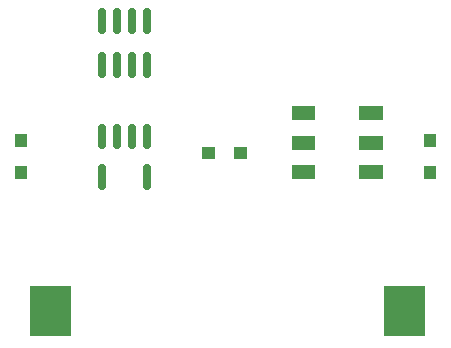
<source format=gbp>
G04 Layer: BottomPasteMaskLayer*
G04 EasyEDA v6.4.7, 2020-11-14T21:45:58--5:00*
G04 4beb7541176d43e18d54f8e2082e3679,79d071017cc24593b82b416037a8e878,10*
G04 Gerber Generator version 0.2*
G04 Scale: 100 percent, Rotated: No, Reflected: No *
G04 Dimensions in millimeters *
G04 leading zeros omitted , absolute positions ,3 integer and 3 decimal *
%FSLAX33Y33*%
%MOMM*%
G90*
D02*

%ADD12C,0.699999*%

%LPD*%
G54D12*
G01X16637Y36206D02*
G01X16637Y37706D01*
G01X15367Y36206D02*
G01X15367Y37706D01*
G01X12827Y22998D02*
G01X12827Y24498D01*
G01X16637Y24498D02*
G01X16637Y22998D01*
G01X14097Y36206D02*
G01X14097Y37706D01*
G01X12827Y36206D02*
G01X12827Y37706D01*
G01X16637Y26453D02*
G01X16637Y27953D01*
G01X15367Y26453D02*
G01X15367Y27953D01*
G01X14097Y26453D02*
G01X14097Y27953D01*
G01X12827Y26453D02*
G01X12827Y27953D01*
G01X16637Y32498D02*
G01X16637Y33998D01*
G01X15367Y32498D02*
G01X15367Y33998D01*
G01X14097Y32498D02*
G01X14097Y33998D01*
G01X12827Y32498D02*
G01X12827Y33998D01*
G36*
G01X22436Y25285D02*
G01X22436Y26276D01*
G01X21343Y26276D01*
G01X21343Y25285D01*
G01X22436Y25285D01*
G37*
G36*
G01X25138Y25285D02*
G01X25138Y26276D01*
G01X24045Y26276D01*
G01X24045Y25285D01*
G01X25138Y25285D01*
G37*
G36*
G01X5473Y26285D02*
G01X6464Y26285D01*
G01X6464Y27378D01*
G01X5473Y27378D01*
G01X5473Y26285D01*
G37*
G36*
G01X5473Y23583D02*
G01X6464Y23583D01*
G01X6464Y24676D01*
G01X5473Y24676D01*
G01X5473Y23583D01*
G37*
G36*
G01X40144Y26285D02*
G01X41135Y26285D01*
G01X41135Y27378D01*
G01X40144Y27378D01*
G01X40144Y26285D01*
G37*
G36*
G01X40144Y23583D02*
G01X41135Y23583D01*
G01X41135Y24676D01*
G01X40144Y24676D01*
G01X40144Y23583D01*
G37*
G36*
G01X6757Y10346D02*
G01X10257Y10346D01*
G01X10257Y14545D01*
G01X6757Y14545D01*
G01X6757Y10346D01*
G37*
G36*
G01X36732Y10346D02*
G01X40232Y10346D01*
G01X40232Y14545D01*
G01X36732Y14545D01*
G01X36732Y10346D01*
G37*
G36*
G01X36615Y26070D02*
G01X36615Y27269D01*
G01X34615Y27269D01*
G01X34615Y26070D01*
G01X36615Y26070D01*
G37*
G36*
G01X36615Y23570D02*
G01X36615Y24769D01*
G01X34615Y24769D01*
G01X34615Y23570D01*
G01X36615Y23570D01*
G37*
G36*
G01X30915Y28570D02*
G01X30915Y29769D01*
G01X28915Y29769D01*
G01X28915Y28570D01*
G01X30915Y28570D01*
G37*
G36*
G01X30915Y26070D02*
G01X30915Y27269D01*
G01X28915Y27269D01*
G01X28915Y26070D01*
G01X30915Y26070D01*
G37*
G36*
G01X30915Y23570D02*
G01X30915Y24769D01*
G01X28915Y24769D01*
G01X28915Y23570D01*
G01X30915Y23570D01*
G37*
G36*
G01X36615Y28570D02*
G01X36615Y29769D01*
G01X34615Y29769D01*
G01X34615Y28570D01*
G01X36615Y28570D01*
G37*
M00*
M02*

</source>
